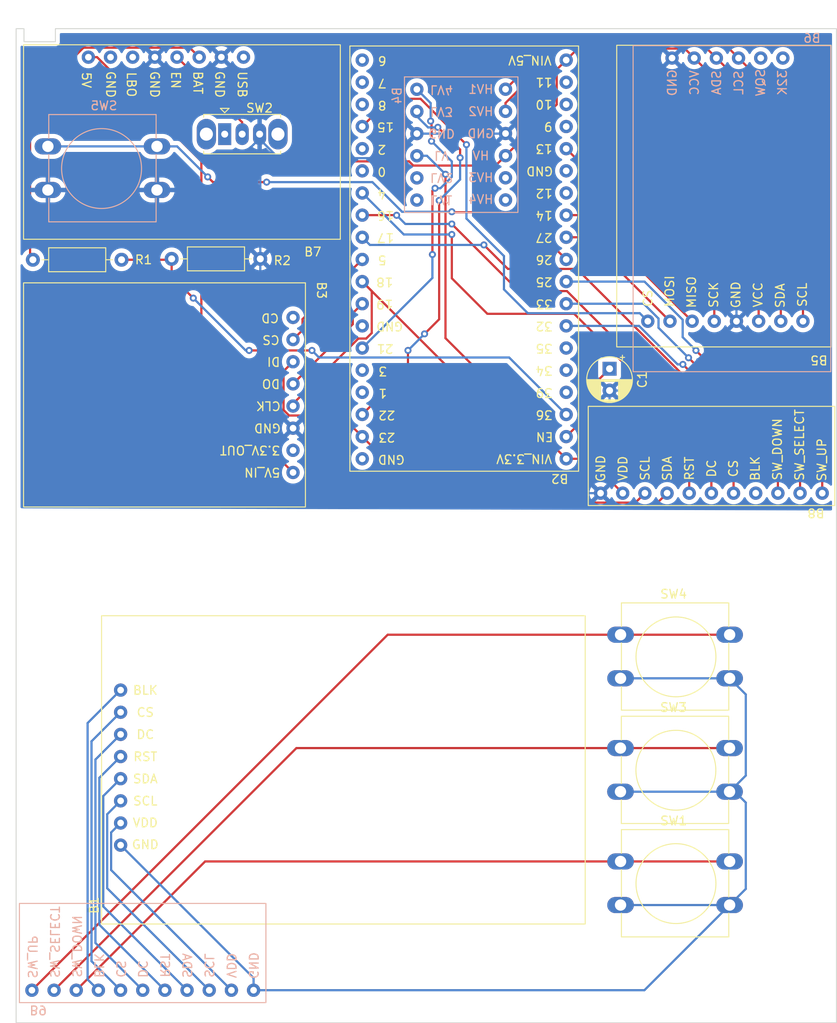
<source format=kicad_pcb>
(kicad_pcb (version 20211014) (generator pcbnew)
  (title_block (title "ESP32 Camera PCB") (date "2023-01-31") (rev "Revision 1") (comment 1 "Using breakout modules"))
  (layers (0 "F.Cu" signal) (31 "B.Cu" signal) (34 "B.Paste" user) (35 "F.Paste" user) (36 "B.SilkS" user "B.Silkscreen") (37 "F.SilkS" user "F.Silkscreen") (38 "B.Mask" user) (39 "F.Mask" user) (44 "Edge.Cuts" user))
  (net 0 "")
  (net 1 "GND")
  (net 2 "+3V3")
  (net 3 "Net-(B1-Pad3)")
  (net 4 "Net-(B1-Pad4)")
  (net 5 "Net-(B1-Pad5)")
  (net 6 "Net-(B1-Pad6)")
  (net 7 "Net-(B1-Pad7)")
  (net 8 "Net-(B2-Pad2)")
  (net 9 "Net-(B2-Pad3)")
  (net 13 "Net-(B2-Pad7)")
  (net 14 "Net-(B2-Pad8)")
  (net 15 "Net-(B2-Pad9)")
  (net 16 "Net-(B2-Pad10)")
  (net 17 "Net-(B2-Pad11)")
  (net 18 "Net-(B2-Pad12)")
  (net 21 "Net-(B2-Pad15)")
  (net 25 "+5V")
  (net 27 "Net-(B2-Pad22)")
  (net 30 "Net-(B2-Pad25)")
  (net 32 "Net-(B2-Pad27)")
  (net 33 "Net-(B2-Pad29)")
  (net 36 "Net-(B2-Pad35)")
  (net 46 "Net-(B4-Pad11)")
  (net 47 "Net-(B4-Pad12)")
  (net 52 "Net-(B7-Pad5)")
  (net 53 "Net-(B7-Pad6)")
  (net 56 "Net-(B1-Pad8)")
  (net 57 "Net-(B1-Pad2)")
  (net 58 "Net-(B2-Pad32)")
  (net 59 "Net-(B2-Pad31)")
  (net 60 "Net-(B2-Pad30)")
  (net 61 "Net-(B2-Pad28)")
  (net 62 "Net-(B2-Pad21)")
  (net 64 "Net-(B1-Pad1)")
  (net 65 "Net-(B9-Pad1)")
  (net 66 "Net-(B9-Pad2)")
  (net 67 "Net-(B9-Pad3)")
  (footprint "Capacitor_THT:CP_Radial_D5.0mm_P2.50mm" (layer "F.Cu") (at 88 59 -90)
    (fp_text reference "C1")
    (fp_text value "10uF")
  )
  (footprint "footprints:ArduCam_OV2640_Breakout" (layer "F.Cu") (at 113.2285 56.345 180)
    (fp_text reference "B5")
    (fp_text value "ArduCam_OV2640_Breakout")
  )
  (footprint "footprints:Adafruit_PowerBoost_500_Breakout" (layer "F.Cu") (at 21 22)
    (fp_text reference "B7")
    (fp_text value "PowerBoost_500_Breakout")
  )
  (footprint "Resistor_THT:R_Axial_DIN0207_L6.3mm_D2.5mm_P10.16mm_Horizontal" (layer "F.Cu") (at 47.98 46.4 180)
    (fp_text reference "R2")
    (fp_text value "100K")
  )
  (footprint "footprints:ESP32_Camera_Multi_PCB_pins" (layer "F.Cu") (at 113.65 74.5375 180)
    (fp_text reference "B8")
    (fp_text value "ESP32_Camera_Multi_PCB_pins")
  )
  (footprint "Resistor_THT:R_Axial_DIN0207_L6.3mm_D2.5mm_P10.16mm_Horizontal" (layer "F.Cu") (at 32.08 46.5 180)
    (fp_text reference "R1")
    (fp_text value "100K")
  )
  (footprint "Button_Switch_THT:SW_Slide_1P2T_CK_OS102011MS2Q" (layer "F.Cu") (at 43.9 32.0975)
    (fp_text reference "SW2")
    (fp_text value "SW_SPDT")
  )
  (footprint "Button_Switch_THT:SW_PUSH-12mm" (layer "F.Cu") (at 89.26 115.5)
    (fp_text reference "SW1")
    (fp_text value "SW_DOWN")
  )
  (footprint "Button_Switch_THT:SW_PUSH-12mm" (layer "F.Cu") (at 89.25 102.5)
    (fp_text reference "SW3")
    (fp_text value "SW_SELECT")
  )
  (footprint "Button_Switch_THT:SW_PUSH-12mm" (layer "F.Cu") (at 89.26 89.5)
    (fp_text reference "SW4")
    (fp_text value "SW_UP")
  )
  (footprint "footprints:Adafruit_MicroSD_Card_Breakout" (layer "F.Cu") (at 53 49.3 -90)
    (fp_text reference "B3")
    (fp_text value "Adafruit_MicroSD_Card_Breakout")
  )
  (footprint "footprints:ST7735_160x128_TFT_Breakout" (layer "F.Cu") (at 29.941 122.526 90)
    (fp_text reference "B1")
    (fp_text value "ST7735_160x128_TFT_Breakout")
  )
  (footprint "footprints:ESP32_Dev_Board_Breakout" (layer "F.Cu") (at 84.3 70.6 180)
    (fp_text reference "B2")
    (fp_text value "ESP32_Dev_Board_Breakout")
  )
  (footprint "footprints:I2C_Level_Shifter_Breakout" (layer "B.Cu") (at 64.65 25.68 -90)
    (fp_text reference "B4")
    (fp_text value "I2C_Level_Shifter_Breakout")
  )
  (footprint "footprints:RTC_Breakout" (layer "B.Cu") (at 113.2 22.1 180)
    (fp_text reference "B6")
    (fp_text value "RTC_Breakout")
  )
  (footprint "footprints:ESP32_Camera_Multi_PCB_pins" (layer "B.Cu") (at 20.528 131.5375)
    (fp_text reference "B9")
    (fp_text value "ESP32_Camera_Multi_PCB_pins")
  )
  (footprint "Button_Switch_THT:SW_PUSH-12mm" (layer "B.Cu") (at 36.14 33.5 180)
    (fp_text reference "SW5")
    (fp_text value "SW_SHUTTER")
  )
  (gr_rect (start 35.604664 16.763518) (end 35.604664 16.763518) (layer "Edge.Cuts") (width 0.1) (fill none))
  (gr_poly (pts (xy 114 134) (xy 20 134) (xy 20 20) (xy 20.9 20) (xy 20.9 21.5) (xy 24.5 21.5) (xy 24.5 20) (xy 114 20)) (layer "Edge.Cuts") (width 0.1) (fill none))
  (segment (start 88 72.2375) (end 86.97 73.2675) (width 0.25) (layer "B.Cu") (net 1))
  (segment (start 88 61.5) (end 94.5935 61.5) (width 0.25) (layer "B.Cu") (net 1))
  (segment (start 42.086 24.7) (end 37.326 24.7) (width 0.25) (layer "B.Cu") (net 1))
  (segment (start 76.068 32.036) (end 76.08 32.024) (width 0.25) (layer "B.Cu") (net 1))
  (segment (start 47.9 33.5975) (end 47.98 33.6775) (width 0.25) (layer "B.Cu") (net 1))
  (segment (start 43.516 23.27) (end 42.086 24.7) (width 0.25) (layer "B.Cu") (net 1))
  (segment (start 43.516 23.27) (end 47.9 27.654) (width 0.25) (layer "B.Cu") (net 1))
  (segment (start 47.98 62.066) (end 51.73 65.816) (width 0.25) (layer "B.Cu") (net 1))
  (segment (start 59.1815 73.2675) (end 51.73 65.816) (width 0.25) (layer "B.Cu") (net 1))
  (segment (start 102.5425 30.7525) (end 95.16 23.37) (width 0.25) (layer "B.Cu") (net 1))
  (segment (start 47.98 33.6775) (end 47.98 46.4) (width 0.25) (layer "B.Cu") (net 1))
  (segment (start 86.97 73.2675) (end 59.1815 73.2675) (width 0.25) (layer "B.Cu") (net 1))
  (segment (start 102.5425 53.551) (end 102.5425 30.7525) (width 0.25) (layer "B.Cu") (net 1))
  (segment (start 47.9 32.0975) (end 47.9 32.662075) (width 0.25) (layer "B.Cu") (net 1))
  (segment (start 94.5935 61.5) (end 102.5425 53.551) (width 0.25) (layer "B.Cu") (net 1))
  (segment (start 65.92 32.036) (end 76.068 32.036) (width 0.25) (layer "B.Cu") (net 1))
  (segment (start 37.326 24.7) (end 35.896 23.27) (width 0.25) (layer "B.Cu") (net 1))
  (segment (start 47.9 32.0975) (end 47.9 33.5975) (width 0.25) (layer "B.Cu") (net 1))
  (segment (start 41.9975 38.5) (end 36.14 38.5) (width 0.25) (layer "B.Cu") (net 1))
  (segment (start 47.9 32.0975) (end 47.9 32.5975) (width 0.25) (layer "B.Cu") (net 1))
  (segment (start 36.14 38.5) (end 23.64 38.5) (width 0.25) (layer "B.Cu") (net 1))
  (segment (start 50.088436 34.850511) (end 63.105489 34.850511) (width 0.25) (layer "B.Cu") (net 1))
  (segment (start 88 61.5) (end 88 72.2375) (width 0.25) (layer "B.Cu") (net 1))
  (segment (start 63.105489 34.850511) (end 65.92 32.036) (width 0.25) (layer "B.Cu") (net 1))
  (segment (start 47.9 32.5975) (end 41.9975 38.5) (width 0.25) (layer "B.Cu") (net 1))
  (segment (start 47.9 32.662075) (end 50.088436 34.850511) (width 0.25) (layer "B.Cu") (net 1))
  (segment (start 47.98 46.4) (end 47.98 62.066) (width 0.25) (layer "B.Cu") (net 1))
  (segment (start 47.9 27.654) (end 47.9 32.0975) (width 0.25) (layer "B.Cu") (net 1))
  (segment (start 69.2 55.494) (end 69.2 36.7) (width 0.25) (layer "F.Cu") (net 2))
  (segment (start 89.51 73.2675) (end 85.5665 69.324) (width 0.25) (layer "F.Cu") (net 2))
  (segment (start 85.5665 69.324) (end 83.03 69.324) (width 0.25) (layer "F.Cu") (net 2))
  (segment (start 83.03 69.324) (end 69.2 55.494) (width 0.25) (layer "F.Cu") (net 2))
  (via (at 69.2 36.7) (size 0.8) (drill 0.4) (layers "F.Cu" "B.Cu") (net 2))
  (segment (start 69.2 36.7) (end 67.076 34.576) (width 0.25) (layer "B.Cu") (net 2))
  (segment (start 67.076 34.576) (end 65.92 34.576) (width 0.25) (layer "B.Cu") (net 2))
  (segment (start 30.436969 118.576469) (end 30.436969 110.086031) (width 0.25) (layer "B.Cu") (net 3))
  (segment (start 30.436969 110.086031) (end 31.973 108.55) (width 0.25) (layer "B.Cu") (net 3))
  (segment (start 42.128 130.2675) (end 30.436969 118.576469) (width 0.25) (layer "B.Cu") (net 3))
  (segment (start 29.987449 107.995551) (end 31.973 106.01) (width 0.25) (layer "B.Cu") (net 4))
  (segment (start 39.588 130.2675) (end 29.987449 120.666949) (width 0.25) (layer "B.Cu") (net 4))
  (segment (start 29.987449 120.666949) (end 29.987449 107.995551) (width 0.25) (layer "B.Cu") (net 4))
  (segment (start 29.537929 105.905071) (end 31.973 103.47) (width 0.25) (layer "B.Cu") (net 5))
  (segment (start 37.048 130.2675) (end 29.537929 122.757429) (width 0.25) (layer "B.Cu") (net 5))
  (segment (start 29.537929 122.757429) (end 29.537929 105.905071) (width 0.25) (layer "B.Cu") (net 5))
  (segment (start 29.088409 103.814591) (end 31.973 100.93) (width 0.25) (layer "B.Cu") (net 6))
  (segment (start 34.508 130.2675) (end 29.088409 124.847909) (width 0.25) (layer "B.Cu") (net 6))
  (segment (start 29.088409 124.847909) (end 29.088409 103.814591) (width 0.25) (layer "B.Cu") (net 6))
  (segment (start 28.638889 126.938389) (end 28.638889 101.724111) (width 0.25) (layer "B.Cu") (net 7))
  (segment (start 31.968 130.2675) (end 28.638889 126.938389) (width 0.25) (layer "B.Cu") (net 7))
  (segment (start 28.638889 101.724111) (end 31.973 98.39) (width 0.25) (layer "B.Cu") (net 7))
  (segment (start 86.875489 60.124511) (end 86.875489 62.938511) (width 0.25) (layer "F.Cu") (net 8))
  (segment (start 88 59) (end 86.875489 60.124511) (width 0.25) (layer "F.Cu") (net 8))
  (segment (start 86.875489 62.938511) (end 83.03 66.784) (width 0.25) (layer "F.Cu") (net 8))
  (segment (start 32.08 46.5) (end 37.72 46.5) (width 0.25) (layer "F.Cu") (net 9))
  (segment (start 46.7 56.9) (end 53.9 56.9) (width 0.25) (layer "F.Cu") (net 9))
  (segment (start 37.82 48.42) (end 40.3 50.9) (width 0.25) (layer "F.Cu") (net 9))
  (segment (start 37.82 46.4) (end 37.82 48.42) (width 0.25) (layer "F.Cu") (net 9))
  (segment (start 37.72 46.5) (end 37.82 46.4) (width 0.25) (layer "F.Cu") (net 9))
  (via (at 46.7 56.9) (size 0.8) (drill 0.4) (layers "F.Cu" "B.Cu") (net 9))
  (via (at 53.9 56.9) (size 0.8) (drill 0.4) (layers "F.Cu" "B.Cu") (net 9))
  (via (at 40.3 50.9) (size 0.8) (drill 0.4) (layers "F.Cu" "B.Cu") (net 9))
  (segment (start 46.3 56.9) (end 46.7 56.9) (width 0.25) (layer "B.Cu") (net 9))
  (segment (start 76.496511 57.710511) (end 83.03 64.244) (width 0.25) (layer "B.Cu") (net 9))
  (segment (start 54.710511 57.710511) (end 76.496511 57.710511) (width 0.25) (layer "B.Cu") (net 9))
  (segment (start 40.3 50.9) (end 46.3 56.9) (width 0.25) (layer "B.Cu") (net 9))
  (segment (start 53.9 56.9) (end 54.710511 57.710511) (width 0.25) (layer "B.Cu") (net 9))
  (segment (start 107.29 73.2675) (end 107.29 69.39) (width 0.25) (layer "F.Cu") (net 13))
  (segment (start 107.29 69.39) (end 96.4 58.5) (width 0.25) (layer "F.Cu") (net 13))
  (via (at 96.4 58.5) (size 0.8) (drill 0.4) (layers "F.Cu" "B.Cu") (net 13))
  (segment (start 96.4 58.5) (end 95.79494 58.5) (width 0.25) (layer "B.Cu") (net 13))
  (segment (start 91.37894 54.084) (end 83.03 54.084) (width 0.25) (layer "B.Cu") (net 13))
  (segment (start 95.79494 58.5) (end 91.37894 54.084) (width 0.25) (layer "B.Cu") (net 13))
  (segment (start 109.83 73.2675) (end 109.83 70.520653) (width 0.25) (layer "F.Cu") (net 14))
  (segment (start 109.83 70.520653) (end 97.050468 57.741121) (width 0.25) (layer "F.Cu") (net 14))
  (via (at 97.050468 57.741121) (size 0.8) (drill 0.4) (layers "F.Cu" "B.Cu") (net 14))
  (segment (start 93.609347 54.3) (end 93.609347 53.241287) (width 0.25) (layer "B.Cu") (net 14))
  (segment (start 91.91206 51.544) (end 83.03 51.544) (width 0.25) (layer "B.Cu") (net 14))
  (segment (start 93.609347 53.241287) (end 91.91206 51.544) (width 0.25) (layer "B.Cu") (net 14))
  (segment (start 97.050468 57.741121) (end 93.609347 54.3) (width 0.25) (layer "B.Cu") (net 14))
  (segment (start 112.37 73.2675) (end 112.37 71.37) (width 0.25) (layer "F.Cu") (net 15))
  (segment (start 112.37 71.37) (end 97.9 56.9) (width 0.25) (layer "F.Cu") (net 15))
  (via (at 97.9 56.9) (size 0.8) (drill 0.4) (layers "F.Cu" "B.Cu") (net 15))
  (segment (start 96.375989 53.375989) (end 92.004 49.004) (width 0.25) (layer "B.Cu") (net 15))
  (segment (start 92.004 49.004) (end 83.03 49.004) (width 0.25) (layer "B.Cu") (net 15))
  (segment (start 97.9 56.9) (end 96.375989 55.375989) (width 0.25) (layer "B.Cu") (net 15))
  (segment (start 96.375989 55.375989) (end 96.375989 53.375989) (width 0.25) (layer "B.Cu") (net 15))
  (segment (start 69.97402 41.04952) (end 69.9245 41) (width 0.25) (layer "F.Cu") (net 16))
  (segment (start 77.61552 41.04952) (end 69.97402 41.04952) (width 0.25) (layer "F.Cu") (net 16))
  (segment (start 83.03 46.464) (end 77.61552 41.04952) (width 0.25) (layer "F.Cu") (net 16))
  (segment (start 48.7045 37.6) (end 42.551429 37.6) (width 0.25) (layer "F.Cu") (net 16))
  (segment (start 42.551429 37.6) (end 41.951429 37) (width 0.25) (layer "F.Cu") (net 16))
  (via (at 69.9245 41) (size 0.8) (drill 0.4) (layers "F.Cu" "B.Cu") (net 16))
  (via (at 48.7045 37.6) (size 0.8) (drill 0.4) (layers "F.Cu" "B.Cu") (net 16))
  (via (at 41.951429 37) (size 0.8) (drill 0.4) (layers "F.Cu" "B.Cu") (net 16))
  (segment (start 60.824614 37.6) (end 48.7045 37.6) (width 0.25) (layer "B.Cu") (net 16))
  (segment (start 64.224614 41) (end 60.824614 37.6) (width 0.25) (layer "B.Cu") (net 16))
  (segment (start 41.951429 37) (end 38.451429 33.5) (width 0.25) (layer "B.Cu") (net 16))
  (segment (start 38.451429 33.5) (end 36.14 33.5) (width 0.25) (layer "B.Cu") (net 16))
  (segment (start 69.9245 41) (end 64.224614 41) (width 0.25) (layer "B.Cu") (net 16))
  (segment (start 36.14 33.5) (end 23.64 33.5) (width 0.25) (layer "B.Cu") (net 16))
  (segment (start 94.9225 53.551) (end 85.2955 43.924) (width 0.25) (layer "F.Cu") (net 17))
  (segment (start 85.2955 43.924) (end 83.03 43.924) (width 0.25) (layer "F.Cu") (net 17))
  (segment (start 97.4625 53.551) (end 85.2955 41.384) (width 0.25) (layer "F.Cu") (net 18))
  (segment (start 85.2955 41.384) (end 83.03 41.384) (width 0.25) (layer "F.Cu") (net 18))
  (segment (start 100.0025 53.551) (end 100.0025 50.7365) (width 0.25) (layer "F.Cu") (net 21))
  (segment (start 100.0025 50.7365) (end 83.03 33.764) (width 0.25) (layer "F.Cu") (net 21))
  (segment (start 65.024929 35.217489) (end 65.50744 35.7) (width 0.25) (layer "F.Cu") (net 25))
  (segment (start 41.226929 60.392929) (end 41.226929 35.217489) (width 0.25) (layer "F.Cu") (net 25))
  (segment (start 105.0825 53.551) (end 105.0825 30.7525) (width 0.25) (layer "F.Cu") (net 25))
  (segment (start 74.944 35.7) (end 76.08 34.564) (width 0.25) (layer "F.Cu") (net 25))
  (segment (start 81.943489 24.690511) (end 83.03 23.604) (width 0.25) (layer "F.Cu") (net 25))
  (segment (start 76.08 34.564) (end 81.943489 28.700511) (width 0.25) (layer "F.Cu") (net 25))
  (segment (start 41.226929 35.217489) (end 65.024929 35.217489) (width 0.25) (layer "F.Cu") (net 25))
  (segment (start 28.276 23.27) (end 29.27944 23.27) (width 0.25) (layer "F.Cu") (net 25))
  (segment (start 81.943489 28.700511) (end 81.943489 24.690511) (width 0.25) (layer "F.Cu") (net 25))
  (segment (start 29.27944 23.27) (end 41.226929 35.217489) (width 0.25) (layer "F.Cu") (net 25))
  (segment (start 96.613489 22.283489) (end 97.7 23.37) (width 0.25) (layer "F.Cu") (net 25))
  (segment (start 105.0825 30.7525) (end 97.7 23.37) (width 0.25) (layer "F.Cu") (net 25))
  (segment (start 51.73 70.896) (end 41.226929 60.392929) (width 0.25) (layer "F.Cu") (net 25))
  (segment (start 65.50744 35.7) (end 74.944 35.7) (width 0.25) (layer "F.Cu") (net 25))
  (segment (start 83.03 23.604) (end 84.350511 22.283489) (width 0.25) (layer "F.Cu") (net 25))
  (segment (start 84.350511 22.283489) (end 96.613489 22.283489) (width 0.25) (layer "F.Cu") (net 25))
  (segment (start 68.4755 39.7) (end 68.4755 53.3245) (width 0.25) (layer "F.Cu") (net 27))
  (segment (start 70.8755 33.8625) (end 70.8755 34.8) (width 0.25) (layer "F.Cu") (net 27))
  (segment (start 68.4755 53.3245) (end 66.8 55) (width 0.25) (layer "F.Cu") (net 27))
  (segment (start 68.3245 31.3115) (end 70.8755 33.8625) (width 0.25) (layer "F.Cu") (net 27))
  (segment (start 64.9 56.9) (end 64.9 59.006) (width 0.25) (layer "F.Cu") (net 27))
  (segment (start 64.9 59.006) (end 59.662 64.244) (width 0.25) (layer "F.Cu") (net 27))
  (via (at 70.8755 34.8) (size 0.8) (drill 0.4) (layers "F.Cu" "B.Cu") (net 27))
  (via (at 64.9 56.9) (size 0.8) (drill 0.4) (layers "F.Cu" "B.Cu") (net 27))
  (via (at 66.8 55) (size 0.8) (drill 0.4) (layers "F.Cu" "B.Cu") (net 27))
  (via (at 68.4755 39.7) (size 0.8) (drill 0.4) (layers "F.Cu" "B.Cu") (net 27))
  (via (at 68.3245 31.3115) (size 0.8) (drill 0.4) (layers "F.Cu" "B.Cu") (net 27))
  (segment (start 68.311489 31.324511) (end 68.3245 31.3115) (width 0.25) (layer "B.Cu") (net 27))
  (segment (start 65.92 30.044614) (end 67.199897 31.324511) (width 0.25) (layer "B.Cu") (net 27))
  (segment (start 70.8755 34.8) (end 70.8755 37.3) (width 0.25) (layer "B.Cu") (net 27))
  (segment (start 65.92 29.496) (end 65.92 30.044614) (width 0.25) (layer "B.Cu") (net 27))
  (segment (start 66.8 55) (end 64.9 56.9) (width 0.25) (layer "B.Cu") (net 27))
  (segment (start 70.8755 37.3) (end 68.4755 39.7) (width 0.25) (layer "B.Cu") (net 27))
  (segment (start 67.199897 31.324511) (end 68.311489 31.324511) (width 0.25) (layer "B.Cu") (net 27))
  (segment (start 67.6 30.7) (end 67.5 30.6) (width 0.25) (layer "F.Cu") (net 30))
  (segment (start 67.7 45.9) (end 67.7 38.6) (width 0.25) (layer "F.Cu") (net 30))
  (segment (start 67.6 32.9) (end 67.6 30.7) (width 0.25) (layer "F.Cu") (net 30))
  (segment (start 67.7 38.6) (end 68 38.3) (width 0.25) (layer "F.Cu") (net 30))
  (via (at 68 38.3) (size 0.8) (drill 0.4) (layers "F.Cu" "B.Cu") (net 30))
  (via (at 67.6 32.9) (size 0.8) (drill 0.4) (layers "F.Cu" "B.Cu") (net 30))
  (via (at 67.7 45.9) (size 0.8) (drill 0.4) (layers "F.Cu" "B.Cu") (net 30))
  (via (at 67.5 30.6) (size 0.8) (drill 0.4) (layers "F.Cu" "B.Cu") (net 30))
  (segment (start 67.5 30.6) (end 67.5 28.536) (width 0.25) (layer "B.Cu") (net 30))
  (segment (start 69.924511 35.224511) (end 67.6 32.9) (width 0.25) (layer "B.Cu") (net 30))
  (segment (start 59.662 56.624) (end 67.7 48.586) (width 0.25) (layer "B.Cu") (net 30))
  (segment (start 68.624614 38.3) (end 69.924511 37.000103) (width 0.25) (layer "B.Cu") (net 30))
  (segment (start 68 38.3) (end 68.624614 38.3) (width 0.25) (layer "B.Cu") (net 30))
  (segment (start 67.5 28.536) (end 65.92 26.956) (width 0.25) (layer "B.Cu") (net 30))
  (segment (start 69.924511 37.000103) (end 69.924511 35.224511) (width 0.25) (layer "B.Cu") (net 30))
  (segment (start 67.7 48.586) (end 67.7 45.9) (width 0.25) (layer "B.Cu") (net 30))
  (segment (start 58.575489 52.630511) (end 58.575489 53.890511) (width 0.25) (layer "F.Cu") (net 32))
  (segment (start 59.662 51.544) (end 58.575489 52.630511) (width 0.25) (layer "F.Cu") (net 32))
  (segment (start 58.575489 53.890511) (end 51.73 60.736) (width 0.25) (layer "F.Cu") (net 32))
  (segment (start 52.816511 54.569489) (end 52.816511 53.309489) (width 0.25) (layer "F.Cu") (net 33))
  (segment (start 51.73 55.656) (end 52.816511 54.569489) (width 0.25) (layer "F.Cu") (net 33))
  (segment (start 52.816511 53.309489) (end 59.662 46.464) (width 0.25) (layer "F.Cu") (net 33))
  (segment (start 71.6 33.3) (end 66.342511 28.042511) (width 0.25) (layer "F.Cu") (net 36))
  (segment (start 66.342511 28.042511) (end 62.843489 28.042511) (width 0.25) (layer "F.Cu") (net 36))
  (segment (start 62.843489 28.042511) (end 59.662 31.224) (width 0.25) (layer "F.Cu") (net 36))
  (via (at 71.6 33.3) (size 0.8) (drill 0.4) (layers "F.Cu" "B.Cu") (net 36))
  (segment (start 71.6 41.775386) (end 71.6 33.3) (width 0.25) (layer "B.Cu") (net 36))
  (segment (start 75.9 49.9) (end 75.9 46.075386) (width 0.25) (layer "B.Cu") (net 36))
  (segment (start 75.9 46.075386) (end 71.6 41.775386) (width 0.25) (layer "B.Cu") (net 36))
  (segment (start 92.3825 53.551) (end 91.462011 52.630511) (width 0.25) (layer "B.Cu") (net 36))
  (segment (start 91.462011 52.630511) (end 78.630511 52.630511) (width 0.25) (layer "B.Cu") (net 36))
  (segment (start 78.630511 52.630511) (end 75.9 49.9) (width 0.25) (layer "B.Cu") (net 36))
  (segment (start 107.6225 30.7525) (end 100.24 23.37) (width 0.25) (layer "F.Cu") (net 46))
  (segment (start 98.703969 21.833969) (end 100.24 23.37) (width 0.25) (layer "F.Cu") (net 46))
  (segment (start 76.08 28.52) (end 82.766031 21.833969) (width 0.25) (layer "F.Cu") (net 46))
  (segment (start 76.08 29.484) (end 76.08 28.52) (width 0.25) (layer "F.Cu") (net 46))
  (segment (start 82.766031 21.833969) (end 98.703969 21.833969) (width 0.25) (layer "F.Cu") (net 46))
  (segment (start 107.6225 53.551) (end 107.6225 30.7525) (width 0.25) (layer "F.Cu") (net 46))
  (segment (start 110.1625 53.551) (end 110.1625 30.7525) (width 0.25) (layer "F.Cu") (net 47))
  (segment (start 100.794449 21.384449) (end 102.78 23.37) (width 0.25) (layer "F.Cu") (net 47))
  (segment (start 110.1625 30.7525) (end 102.78 23.37) (width 0.25) (layer "F.Cu") (net 47))
  (segment (start 76.08 26.944) (end 81.639551 21.384449) (width 0.25) (layer "F.Cu") (net 47))
  (segment (start 81.639551 21.384449) (end 100.794449 21.384449) (width 0.25) (layer "F.Cu") (net 47))
  (segment (start 45.9 30.734) (end 45.9 32.0975) (width 0.25) (layer "F.Cu") (net 52))
  (segment (start 38.436 23.27) (end 45.9 30.734) (width 0.25) (layer "F.Cu") (net 52))
  (segment (start 21.6 28.3) (end 21.6 46.18) (width 0.25) (layer "F.Cu") (net 53))
  (segment (start 27.716511 22.183489) (end 21.6 28.3) (width 0.25) (layer "F.Cu") (net 53))
  (segment (start 39.889489 22.183489) (end 27.716511 22.183489) (width 0.25) (layer "F.Cu") (net 53))
  (segment (start 40.976 23.27) (end 39.889489 22.183489) (width 0.25) (layer "F.Cu") (net 53))
  (segment (start 21.6 46.18) (end 21.92 46.5) (width 0.25) (layer "F.Cu") (net 53))
  (segment (start 28.189369 99.633631) (end 31.973 95.85) (width 0.25) (layer "B.Cu") (net 56))
  (segment (start 29.428 130.2675) (end 28.189369 129.028869) (width 0.25) (layer "B.Cu") (net 56))
  (segment (start 28.189369 129.028869) (end 28.189369 99.633631) (width 0.25) (layer "B.Cu") (net 56))
  (segment (start 30.886489 116.485989) (end 44.668 130.2675) (width 0.25) (layer "B.Cu") (net 57))
  (segment (start 30.886489 112.176511) (end 30.886489 116.485989) (width 0.25) (layer "B.Cu") (net 57))
  (segment (start 31.973 111.09) (end 30.886489 112.176511) (width 0.25) (layer "B.Cu") (net 57))
  (segment (start 97.13 65.880978) (end 83.949022 52.7) (width 0.25) (layer "F.Cu") (net 58))
  (segment (start 74 52.7) (end 69.9245 48.6245) (width 0.25) (layer "F.Cu") (net 58))
  (segment (start 97.13 73.2675) (end 97.13 65.880978) (width 0.25) (layer "F.Cu") (net 58))
  (segment (start 83.949022 52.7) (end 74 52.7) (width 0.25) (layer "F.Cu") (net 58))
  (segment (start 69.9245 48.6245) (end 69.9245 43.6) (width 0.25) (layer "F.Cu") (net 58))
  (via (at 69.9245 43.6) (size 0.8) (drill 0.4) (layers "F.Cu" "B.Cu") (net 58))
  (segment (start 64.418 43.6) (end 59.662 38.844) (width 0.25) (layer "B.Cu") (net 58))
  (segment (start 69.9245 43.6) (end 64.418 43.6) (width 0.25) (layer "B.Cu") (net 58))
  (segment (start 99.67 66.64744) (end 83.113071 50.090511) (width 0.25) (layer "F.Cu") (net 59))
  (segment (start 63.6 41.4) (end 63.584 41.384) (width 0.25) (layer "F.Cu") (net 59))
  (segment (start 99.67 73.2675) (end 99.67 66.64744) (width 0.25) (layer "F.Cu") (net 59))
  (segment (start 83.113071 50.090511) (end 77.615011 50.090511) (width 0.25) (layer "F.Cu") (net 59))
  (segment (start 63.584 41.384) (end 59.662 41.384) (width 0.25) (layer "F.Cu") (net 59))
  (segment (start 77.615011 50.090511) (end 69.9245 42.4) (width 0.25) (layer "F.Cu") (net 59))
  (via (at 69.9245 42.4) (size 0.8) (drill 0.4) (layers "F.Cu" "B.Cu") (net 59))
  (via (at 63.6 41.4) (size 0.8) (drill 0.4) (layers "F.Cu" "B.Cu") (net 59))
  (segment (start 64.6 42.4) (end 63.6 41.4) (width 0.25) (layer "B.Cu") (net 59))
  (segment (start 69.9245 42.4) (end 64.6 42.4) (width 0.25) (layer "B.Cu") (net 59))
  (segment (start 102.21 73.2675) (end 102.21 65.51) (width 0.25) (layer "F.Cu") (net 60))
  (segment (start 84.250511 47.550511) (end 76.350511 47.550511) (width 0.25) (layer "F.Cu") (net 60))
  (segment (start 101.8 65.1) (end 84.250511 47.550511) (width 0.25) (layer "F.Cu") (net 60))
  (segment (start 102.21 65.51) (end 101.8 65.1) (width 0.25) (layer "F.Cu") (net 60))
  (segment (start 76.350511 47.550511) (end 73.6 44.8) (width 0.25) (layer "F.Cu") (net 60))
  (via (at 73.6 44.8) (size 0.8) (drill 0.4) (layers "F.Cu" "B.Cu") (net 60))
  (segment (start 60.538 44.8) (end 59.662 43.924) (width 0.25) (layer "B.Cu") (net 60))
  (segment (start 73.6 44.8) (end 60.538 44.8) (width 0.25) (layer "B.Cu") (net 60))
  (segment (start 85.012011 74.354011) (end 90.963489 74.354011) (width 0.25) (layer "F.Cu") (net 61))
  (segment (start 59.662 49.004) (end 60.748511 50.090511) (width 0.25) (layer "F.Cu") (net 61))
  (segment (start 90.963489 74.354011) (end 92.05 73.2675) (width 0.25) (layer "F.Cu") (net 61))
  (segment (start 51.73 63.01944) (end 51.73 63.276) (width 0.25) (layer "F.Cu") (net 61))
  (segment (start 51.73 62.97) (end 51.73 63.276) (width 0.25) (layer "F.Cu") (net 61))
  (segment (start 60.112049 55.537489) (end 59.211951 55.537489) (width 0.25) (layer "F.Cu") (net 61))
  (segment (start 60.748511 54.901027) (end 60.112049 55.537489) (width 0.25) (layer "F.Cu") (net 61))
  (segment (start 59.211951 55.537489) (end 51.73 63.01944) (width 0.25) (layer "F.Cu") (net 61))
  (segment (start 60.748511 50.090511) (end 60.748511 54.901027) (width 0.25) (layer "F.Cu") (net 61))
  (segment (start 59.662 49.004) (end 85.012011 74.354011) (width 0.25) (layer "F.Cu") (net 61))
  (segment (start 57.240511 64.362511) (end 59.662 66.784) (width 0.25) (layer "F.Cu") (net 62))
  (segment (start 50.643489 63.726049) (end 51.279951 64.362511) (width 0.25) (layer "F.Cu") (net 62))
  (segment (start 67.681531 74.803531) (end 93.053969 74.803531) (width 0.25) (layer "F.Cu") (net 62))
  (segment (start 50.643489 59.282511) (end 50.643489 63.726049) (width 0.25) (layer "F.Cu") (net 62))
  (segment (start 93.053969 74.803531) (end 94.59 73.2675) (width 0.25) (layer "F.Cu") (net 62))
  (segment (start 51.73 58.196) (end 50.643489 59.282511) (width 0.25) (layer "F.Cu") (net 62))
  (segment (start 51.279951 64.362511) (end 57.240511 64.362511) (width 0.25) (layer "F.Cu") (net 62))
  (segment (start 59.662 66.784) (end 67.681531 74.803531) (width 0.25) (layer "F.Cu") (net 62))
  (segment (start 101.76 107.5) (end 102.359 107.5) (width 0.25) (layer "B.Cu") (net 64))
  (segment (start 47.208 128.865) (end 31.973 113.63) (width 0.25) (layer "B.Cu") (net 64))
  (segment (start 103.60852 105.65148) (end 101.76 107.5) (width 0.25) (layer "B.Cu") (net 64))
  (segment (start 102.359 107.5) (end 103.60852 108.74952) (width 0.25) (layer "B.Cu") (net 64))
  (segment (start 91.9925 130.2675) (end 101.76 120.5) (width 0.25) (layer "B.Cu") (net 64))
  (segment (start 103.60852 108.74952) (end 103.60852 118.65148) (width 0.25) (layer "B.Cu") (net 64))
  (segment (start 101.76 94.5) (end 103.60852 96.34852) (width 0.25) (layer "B.Cu") (net 64))
  (segment (start 89.26 107.5) (end 101.76 107.5) (width 0.25) (layer "B.Cu") (net 64))
  (segment (start 89.26 120.5) (end 101.76 120.5) (width 0.25) (layer "B.Cu") (net 64))
  (segment (start 103.60852 96.34852) (end 103.60852 105.65148) (width 0.25) (layer "B.Cu") (net 64))
  (segment (start 103.60852 118.65148) (end 101.76 120.5) (width 0.25) (layer "B.Cu") (net 64))
  (segment (start 47.208 130.2675) (end 91.9925 130.2675) (width 0.25) (layer "B.Cu") (net 64))
  (segment (start 47.208 130.2675) (end 47.208 128.865) (width 0.25) (layer "B.Cu") (net 64))
  (segment (start 89.26 94.5) (end 101.76 94.5) (width 0.25) (layer "B.Cu") (net 64))
  (segment (start 89.26 89.5) (end 62.5755 89.5) (width 0.25) (layer "F.Cu") (net 65))
  (segment (start 101.76 89.5) (end 89.26 89.5) (width 0.25) (layer "F.Cu") (net 65))
  (segment (start 62.5755 89.5) (end 21.808 130.2675) (width 0.25) (layer "F.Cu") (net 65))
  (segment (start 101.76 102.5) (end 89.26 102.5) (width 0.25) (layer "F.Cu") (net 66))
  (segment (start 89.26 102.5) (end 52.1155 102.5) (width 0.25) (layer "F.Cu") (net 66))
  (segment (start 52.1155 102.5) (end 24.348 130.2675) (width 0.25) (layer "F.Cu") (net 66))
  (segment (start 101.76 115.5) (end 89.26 115.5) (width 0.25) (layer "F.Cu") (net 67))
  (segment (start 89.26 115.5) (end 41.6555 115.5) (width 0.25) (layer "F.Cu") (net 67))
  (segment (start 41.6555 115.5) (end 26.888 130.2675) (width 0.25) (layer "F.Cu") (net 67))
  (zone (net 1) (net_name "GND") (layer "B.Cu") (name "MC_GND") (connect_pads (clearance 0.508)) (min_thickness 0.254) (fill yes (thermal_gap 0.508) (thermal_bridge_width 0.508))
    (polygon (pts (xy 20.75 21.75) (xy 24.75 21.75) (xy 24.75 20.25) (xy 113.75 20.25) (xy 113.75 75.25) (xy 20.25 75) (xy 20.25 20.25) (xy 20.75 20.25)))
  )
)
</source>
